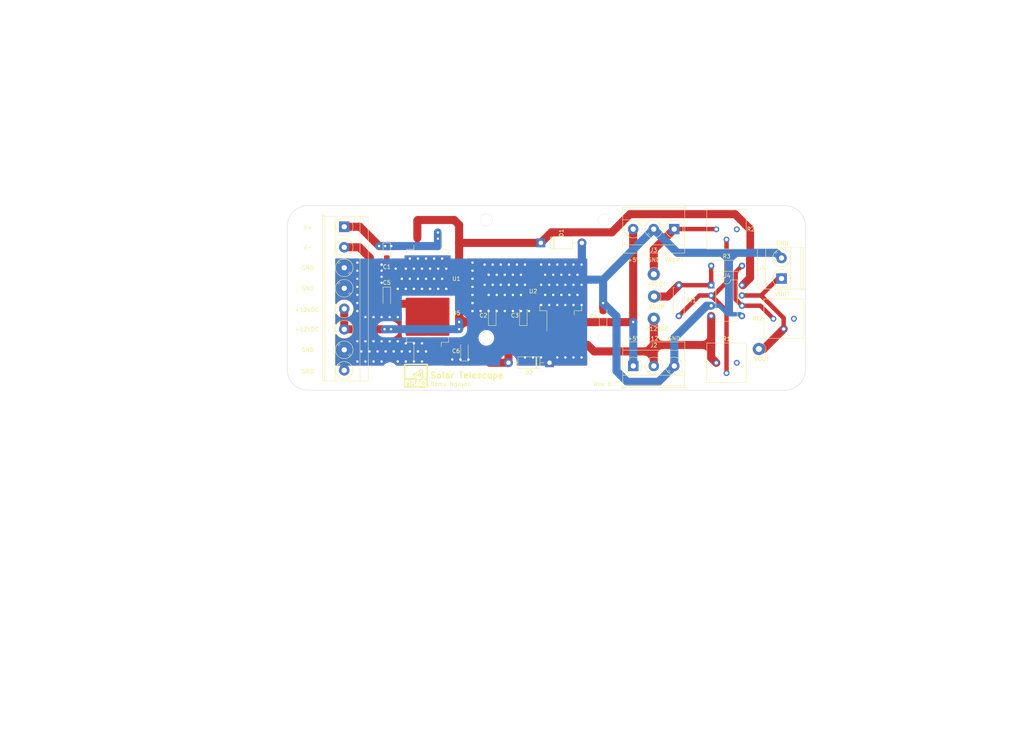
<source format=kicad_pcb>
(kicad_pcb (version 20221018) (generator pcbnew)
  (layers (0 "F.Cu" signal) (31 "B.Cu" signal) (34 "B.Paste" user) (35 "F.Paste" user) (36 "B.SilkS" user "B.Silkscreen") (37 "F.SilkS" user "F.Silkscreen") (38 "B.Mask" user) (39 "F.Mask" user) (44 "Edge.Cuts" user))
  (net 0 "")
  (net 1 "GND")
  (net 2 "+5VDC")
  (net 3 "V+")
  (net 4 "+12VDC")
  (net 5 "V-")
  (net 6 "-12VDC")
  (net 7 "VRECT")
  (net 10 "VSUM")
  (net 11 "VOUT")
  (net 13 "Net-(U4A--)")
  (net 14 "Net-(U4B--)")
  (footprint "Capacitor_Tantalum_SMD:CP_EIA-3216-10_Kemet-I_Pad1.58x1.35mm_HandSolder" (layer "F.Cu") (at 108.453602 75.168752 -90)
    (fp_text reference "C1" (at 3.5 0 -180) (layer "F.SilkS"))
    (fp_text value "0.33uF")
    (pad "1" smd roundrect (at -1.4375 0 270) (size 1.575 1.35) (layers "F.Cu" "F.Paste" "F.Mask") (roundrect_rratio 0.1851851852) (net 3 "V+"))
    (pad "2" smd roundrect (at 1.4375 0 270) (size 1.575 1.35) (layers "F.Cu" "F.Paste" "F.Mask") (roundrect_rratio 0.1851851852) (net 1 "GND"))
  )
  (footprint "TerminalBlock_Phoenix:TerminalBlock_Phoenix_MKDS-3-3-5.08_1x03_P5.08mm_Horizontal" (layer "F.Cu") (at 169.468602 103.218002)
    (fp_text reference "J2" (at 5.08 -5.1) (layer "F.SilkS"))
    (fp_text value "Screw_Terminal_01x03" hide)
    (pad "1" thru_hole rect (at 0 0) (size 2.6 2.6) (drill 1.3) (layers "*.Cu" "*.Mask") (net 2 "+5VDC"))
    (pad "2" thru_hole circle (at 5.08 0) (size 2.6 2.6) (drill 1.3) (layers "*.Cu" "*.Mask") (net 6 "-12VDC"))
    (pad "3" thru_hole circle (at 10.16 0) (size 2.6 2.6) (drill 1.3) (layers "*.Cu" "*.Mask") (net 1 "GND"))
  )
  (footprint "TerminalBlock_Phoenix:TerminalBlock_Phoenix_MKDS-3-2-5.08_1x02_P5.08mm_Horizontal" (layer "F.Cu") (at 206.165602 81.563002 90)
    (fp_text reference "J4" (at 2.545 -4.8 180) (layer "F.SilkS"))
    (fp_text value "Screw_Terminal_01x02" hide)
    (pad "1" thru_hole rect (at 0 0 90) (size 2.6 2.6) (drill 1.3) (layers "*.Cu" "*.Mask") (net 11 "VOUT"))
    (pad "2" thru_hole circle (at 5.08 0 90) (size 2.6 2.6) (drill 1.3) (layers "*.Cu" "*.Mask") (net 1 "GND"))
  )
  (footprint "Package_TO_SOT_SMD:TO-263-2" (layer "F.Cu") (at 118.553602 92.518752 90)
    (fp_text reference "U5" (at 2.40075 7.112 180) (layer "F.SilkS"))
    (fp_text value "L7912")
    (pad "1" smd roundrect (at -7.65 -2.54 90) (size 4.6 1.1) (layers "F.Cu" "F.Paste" "F.Mask") (roundrect_rratio 0.2272727273) (net 1 "GND"))
    (pad "2" smd roundrect (at -0.925 -2.775 90) (size 4.55 5.25) (layers "F.Cu" "F.Paste") (roundrect_rratio 0.05494505495) (net 5 "V-"))
    (pad "2" smd roundrect (at -0.925 2.775 90) (size 4.55 5.25) (layers "F.Cu" "F.Paste") (roundrect_rratio 0.05494505495) (net 5 "V-"))
    (pad "2" smd roundrect (at 1.5 0 90) (size 9.4 10.8) (layers "F.Cu" "F.Mask") (roundrect_rratio 0.02659595745) (net 5 "V-"))
    (pad "2" smd roundrect (at 3.925 -2.775 90) (size 4.55 5.25) (layers "F.Cu" "F.Paste") (roundrect_rratio 0.05494505495) (net 5 "V-"))
    (pad "2" smd roundrect (at 3.925 2.775 90) (size 4.55 5.25) (layers "F.Cu" "F.Paste") (roundrect_rratio 0.05494505495) (net 5 "V-"))
    (pad "3" smd roundrect (at -7.65 2.54 90) (size 4.6 1.1) (layers "F.Cu" "F.Paste" "F.Mask") (roundrect_rratio 0.2272727273) (net 6 "-12VDC"))
  )
  (footprint "Capacitor_Tantalum_SMD:CP_EIA-3216-10_Kemet-I_Pad1.58x1.35mm_HandSolder" (layer "F.Cu") (at 127.665602 99.518752 90)
    (fp_text reference "C6" (at 0.00075 -2.088 180) (layer "F.SilkS"))
    (fp_text value "1uF")
    (pad "1" smd roundrect (at -1.4375 0 90) (size 1.575 1.35) (layers "F.Cu" "F.Paste" "F.Mask") (roundrect_rratio 0.1851851852) (net 1 "GND"))
    (pad "2" smd roundrect (at 1.4375 0 90) (size 1.575 1.35) (layers "F.Cu" "F.Paste" "F.Mask") (roundrect_rratio 0.1851851852) (net 6 "-12VDC"))
  )
  (footprint "TestPoint:TestPoint_Loop_D2.54mm_Drill1.5mm_Beaded" (layer "F.Cu") (at 174.553602 80.518752)
    (fp_text reference "VRECT" (at 0.7 2.5) (layer "F.SilkS"))
    (fp_text value "TestPoint")
    (pad "1" thru_hole circle (at 0 0) (size 3 3) (drill 1.5) (layers "*.Cu" "*.Mask") (net 7 "VRECT"))
  )
  (footprint "TestPoint:TestPoint_Loop_D2.54mm_Drill1.5mm_Beaded" (layer "F.Cu") (at 200.553602 99.018752)
    (fp_text reference "VOUT" (at 0.7 2.5) (layer "F.SilkS"))
    (fp_text value "TestPoint")
    (pad "1" thru_hole circle (at 0 0) (size 3 3) (drill 1.5) (layers "*.Cu" "*.Mask") (net 11 "VOUT"))
  )
  (footprint "Potentiometer_THT:Potentiometer_Bourns_3386P_Vertical" (layer "F.Cu") (at 190.013602 102.448752 -90)
    (fp_text reference "R1" (at -5.93 -2.54 -180) (layer "F.SilkS"))
    (fp_text value "50k")
    (pad "1" thru_hole circle (at 0 0 270) (size 1.44 1.44) (drill 0.8) (layers "*.Cu" "*.Mask") (net 6 "-12VDC"))
    (pad "2" thru_hole circle (at 2.54 -2.54 270) (size 1.44 1.44) (drill 0.8) (layers "*.Cu" "*.Mask") (net 13 "Net-(U4A--)"))
    (pad "3" thru_hole circle (at 0 -5.08 270) (size 1.44 1.44) (drill 0.8) (layers "*.Cu" "*.Mask"))
  )
  (footprint "MountingHole:MountingHole_3.2mm_M3_ISO14580" (layer "F.Cu") (at 109.220562 68.580002)
    (fp_text reference "REF**" hide)
    (fp_text value "MountingHole_3.2mm_M3_ISO14580" hide)
    (pad "" np_thru_hole circle (at 0 0) (size 3.2 3.2) (drill 3.2) (layers "*.Cu" "*.Mask"))
  )
  (footprint "Capacitor_Tantalum_SMD:CP_EIA-3216-10_Kemet-I_Pad1.58x1.35mm_HandSolder" (layer "F.Cu") (at 108.453602 86.168752 -90)
    (fp_text reference "C5" (at -3.6 0 -180) (layer "F.SilkS"))
    (fp_text value "2.2uF")
    (pad "1" smd roundrect (at -1.4375 0 270) (size 1.575 1.35) (layers "F.Cu" "F.Paste" "F.Mask") (roundrect_rratio 0.1851851852) (net 1 "GND"))
    (pad "2" smd roundrect (at 1.4375 0 270) (size 1.575 1.35) (layers "F.Cu" "F.Paste" "F.Mask") (roundrect_rratio 0.1851851852) (net 5 "V-"))
  )
  (footprint "Package_TO_SOT_SMD:TO-263-2" (layer "F.Cu") (at 151.478602 84.718752 90)
    (fp_text reference "U2" (at 0 -6.813 180) (layer "F.SilkS"))
    (fp_text value "L7805")
    (pad "1" smd roundrect (at -7.65 -2.54 90) (size 4.6 1.1) (layers "F.Cu" "F.Paste" "F.Mask") (roundrect_rratio 0.2272727273) (net 4 "+12VDC"))
    (pad "2" smd roundrect (at -0.925 -2.775 90) (size 4.55 5.25) (layers "F.Cu" "F.Paste") (roundrect_rratio 0.05494505495) (net 1 "GND"))
    (pad "2" smd roundrect (at -0.925 2.775 90) (size 4.55 5.25) (layers "F.Cu" "F.Paste") (roundrect_rratio 0.05494505495) (net 1 "GND"))
    (pad "2" smd roundrect (at 1.5 0 90) (size 9.4 10.8) (layers "F.Cu" "F.Mask") (roundrect_rratio 0.02659595745) (net 1 "GND"))
    (pad "2" smd roundrect (at 3.925 -2.775 90) (size 4.55 5.25) (layers "F.Cu" "F.Paste") (roundrect_rratio 0.05494505495) (net 1 "GND"))
    (pad "2" smd roundrect (at 3.925 2.775 90) (size 4.55 5.25) (layers "F.Cu" "F.Paste") (roundrect_rratio 0.05494505495) (net 1 "GND"))
    (pad "3" smd roundrect (at -7.65 2.54 90) (size 4.6 1.1) (layers "F.Cu" "F.Paste" "F.Mask") (roundrect_rratio 0.2272727273) (net 2 "+5VDC"))
  )
  (footprint "footprints.pretty:nrao1_6mm_inv_silk" (layer "F.Cu") (at 115.665602 105.618002)
    (fp_text reference "G***" hide)
    (fp_text value "LOGO" hide)
  )
  (footprint "TerminalBlock_Phoenix:TerminalBlock_Phoenix_MKDS-3-3-5.08_1x03_P5.08mm_Horizontal" (layer "F.Cu") (at 179.603602 69.318752 180)
    (fp_text reference "J3" (at 5.08 -5.2) (layer "F.SilkS"))
    (fp_text value "Screw_Terminal_01x03" hide)
    (pad "1" thru_hole rect (at 0 0 180) (size 2.6 2.6) (drill 1.3) (layers "*.Cu" "*.Mask") (net 7 "VRECT"))
    (pad "2" thru_hole circle (at 5.08 0 180) (size 2.6 2.6) (drill 1.3) (layers "*.Cu" "*.Mask") (net 1 "GND"))
    (pad "3" thru_hole circle (at 10.16 0 180) (size 2.6 2.6) (drill 1.3) (layers "*.Cu" "*.Mask") (net 2 "+5VDC"))
  )
  (footprint "MountingHole:MountingHole_3.2mm_M3_ISO14580" (layer "F.Cu") (at 207.010402 68.580002)
    (fp_text reference "REF" hide)
    (fp_text value "MountingHole_3.2mm_M3_ISO14580" hide)
    (pad "" np_thru_hole circle (at 0 0) (size 3.2 3.2) (drill 3.2) (layers "*.Cu" "*.Mask"))
  )
  (footprint "Resistor_THT:R_Axial_DIN0207_L6.3mm_D2.5mm_P7.62mm_Horizontal" (layer "F.Cu") (at 188.753602 78.418752)
    (fp_text reference "R3" (at 3.81 -2.37) (layer "F.SilkS"))
    (fp_text value "510")
    (pad "1" thru_hole circle (at 0 0) (size 1.6 1.6) (drill 0.8) (layers "*.Cu" "*.Mask") (net 10 "VSUM"))
    (pad "2" thru_hole oval (at 7.62 0) (size 1.6 1.6) (drill 0.8) (layers "*.Cu" "*.Mask") (net 14 "Net-(U4B--)"))
  )
  (footprint "Diode_THT:D_DO-41_SOD81_P10.16mm_Horizontal" (layer "F.Cu") (at 148.733602 102.418752 180)
    (fp_text reference "D2" (at 5.08 -2.47) (layer "F.SilkS"))
    (fp_text value "1N4001")
    (pad "1" thru_hole rect (at 0 0 180) (size 2.2 2.2) (drill 1.1) (layers "*.Cu" "*.Mask") (net 1 "GND"))
    (pad "2" thru_hole oval (at 10.16 0 180) (size 2.2 2.2) (drill 1.1) (layers "*.Cu" "*.Mask") (net 6 "-12VDC"))
  )
  (footprint "TestPoint:TestPoint_Loop_D2.54mm_Drill1.5mm_Beaded" (layer "F.Cu") (at 174.553602 91.518752)
    (fp_text reference "-12VDC" (at 0.7 2.5) (layer "F.SilkS"))
    (fp_text value "TestPoint")
    (pad "1" thru_hole circle (at 0 0) (size 3 3) (drill 1.5) (layers "*.Cu" "*.Mask") (net 6 "-12VDC"))
  )
  (footprint "Resistor_THT:R_Axial_DIN0207_L6.3mm_D2.5mm_P7.62mm_Horizontal" (layer "F.Cu") (at 180.753602 90.838752 90)
    (fp_text reference "Rf1" (at 3.87 3.05 180) (layer "F.SilkS"))
    (fp_text value "510")
    (pad "1" thru_hole circle (at 0 0 90) (size 1.6 1.6) (drill 0.8) (layers "*.Cu" "*.Mask") (net 13 "Net-(U4A--)"))
    (pad "2" thru_hole oval (at 7.62 0 90) (size 1.6 1.6) (drill 0.8) (layers "*.Cu" "*.Mask") (net 10 "VSUM"))
  )
  (footprint "MountingHole:MountingHole_3.2mm_M3_ISO14580" (layer "F.Cu") (at 109.220562 104.140002)
    (fp_text reference "REF**" hide)
    (fp_text value "MountingHole_3.2mm_M3_ISO14580" hide)
    (pad "" np_thru_hole circle (at 0 0) (size 3.2 3.2) (drill 3.2) (layers "*.Cu" "*.Mask"))
  )
  (footprint "Potentiometer_THT:Potentiometer_Bourns_3386P_Vertical" (layer "F.Cu") (at 190.013602 69.368752 -90)
    (fp_text reference "R2" (at -0.015 -8.555 -180) (layer "F.SilkS"))
    (fp_text value "1k")
    (pad "1" thru_hole circle (at 0 0 270) (size 1.44 1.44) (drill 0.8) (layers "*.Cu" "*.Mask") (net 7 "VRECT"))
    (pad "2" thru_hole circle (at 2.54 -2.54 270) (size 1.44 1.44) (drill 0.8) (layers "*.Cu" "*.Mask") (net 13 "Net-(U4A--)"))
    (pad "3" thru_hole circle (at 0 -5.08 270) (size 1.44 1.44) (drill 0.8) (layers "*.Cu" "*.Mask"))
  )
  (footprint "MountingHole:MountingHole_3.2mm_M3_ISO14580" (layer "F.Cu") (at 207.010402 104.140002)
    (fp_text reference "REF**" hide)
    (fp_text value "MountingHole_3.2mm_M3_ISO14580" hide)
    (pad "" np_thru_hole circle (at 0 0) (size 3.2 3.2) (drill 3.2) (layers "*.Cu" "*.Mask"))
  )
  (footprint "TestPoint:TestPoint_Loop_D2.54mm_Drill1.5mm_Beaded" (layer "F.Cu") (at 174.603602 86.018752)
    (fp_text reference "VSUM" (at 0.7 2.5) (layer "F.SilkS"))
    (fp_text value "TestPoint")
    (pad "1" thru_hole circle (at 0 0) (size 3 3) (drill 1.5) (layers "*.Cu" "*.Mask") (net 10 "VSUM"))
  )
  (footprint "Potentiometer_THT:Potentiometer_Bourns_3386P_Vertical" (layer "F.Cu") (at 204.153602 91.518752 -90)
    (fp_text reference "Rf2" (at -0.015 3.95 -180) (layer "F.SilkS"))
    (fp_text value "10k")
    (pad "1" thru_hole circle (at 0 0 270) (size 1.44 1.44) (drill 0.8) (layers "*.Cu" "*.Mask") (net 14 "Net-(U4B--)"))
    (pad "2" thru_hole circle (at 2.54 -2.54 270) (size 1.44 1.44) (drill 0.8) (layers "*.Cu" "*.Mask") (net 11 "VOUT"))
    (pad "3" thru_hole circle (at 0 -5.08 270) (size 1.44 1.44) (drill 0.8) (layers "*.Cu" "*.Mask"))
  )
  (footprint "Capacitor_Tantalum_SMD:CP_EIA-3216-10_Kemet-I_Pad1.58x1.35mm_HandSolder" (layer "F.Cu") (at 134.553602 90.718752 90)
    (fp_text reference "C2" (at 0.00075 -2.188 180) (layer "F.SilkS"))
    (fp_text value "0.1uF")
    (pad "1" smd roundrect (at -1.4375 0 90) (size 1.575 1.35) (layers "F.Cu" "F.Paste" "F.Mask") (roundrect_rratio 0.1851851852) (net 4 "+12VDC"))
    (pad "2" smd roundrect (at 1.4375 0 90) (size 1.575 1.35) (layers "F.Cu" "F.Paste" "F.Mask") (roundrect_rratio 0.1851851852) (net 1 "GND"))
  )
  (footprint "Capacitor_Tantalum_SMD:CP_EIA-3216-10_Kemet-I_Pad1.58x1.35mm_HandSolder" (layer "F.Cu") (at 142.253602 90.718752 90)
    (fp_text reference "C3" (at 0.00075 -2.088 180) (layer "F.SilkS"))
    (fp_text value "0.33uF")
    (pad "1" smd roundrect (at -1.4375 0 90) (size 1.575 1.35) (layers "F.Cu" "F.Paste" "F.Mask") (roundrect_rratio 0.1851851852) (net 4 "+12VDC"))
    (pad "2" smd roundrect (at 1.4375 0 90) (size 1.575 1.35) (layers "F.Cu" "F.Paste" "F.Mask") (roundrect_rratio 0.1851851852) (net 1 "GND"))
  )
  (footprint "Diode_THT:D_DO-41_SOD81_P10.16mm_Horizontal" (layer "F.Cu") (at 146.585602 72.738752)
    (fp_text reference "D1" (at 5.08 -2.47 90) (layer "F.SilkS"))
    (fp_text value "1N4001")
    (pad "1" thru_hole rect (at 0 0) (size 2.2 2.2) (drill 1.1) (layers "*.Cu" "*.Mask") (net 4 "+12VDC"))
    (pad "2" thru_hole oval (at 10.16 0) (size 2.2 2.2) (drill 1.1) (layers "*.Cu" "*.Mask") (net 1 "GND"))
  )
  (footprint "Package_TO_SOT_SMD:TO-263-2" (layer "F.Cu") (at 118.553602 79.168752 -90)
    (fp_text reference "U1" (at 2.44925 -7.112 -180) (layer "F.SilkS"))
    (fp_text value "L7812")
    (pad "1" smd roundrect (at -7.65 -2.54 270) (size 4.6 1.1) (layers "F.Cu" "F.Paste" "F.Mask") (roundrect_rratio 0.2272727273) (net 3 "V+"))
    (pad "2" smd roundrect (at -0.925 -2.775 270) (size 4.55 5.25) (layers "F.Cu" "F.Paste") (roundrect_rratio 0.05494505495) (net 1 "GND"))
    (pad "2" smd roundrect (at -0.925 2.775 270) (size 4.55 5.25) (layers "F.Cu" "F.Paste") (roundrect_rratio 0.05494505495) (net 1 "GND"))
    (pad "2" smd roundrect (at 1.5 0 270) (size 9.4 10.8) (layers "F.Cu" "F.Mask") (roundrect_rratio 0.02659595745) (net 1 "GND"))
    (pad "2" smd roundrect (at 3.925 -2.775 270) (size 4.55 5.25) (layers "F.Cu" "F.Paste") (roundrect_rratio 0.05494505495) (net 1 "GND"))
    (pad "2" smd roundrect (at 3.925 2.775 270) (size 4.55 5.25) (layers "F.Cu" "F.Paste") (roundrect_rratio 0.05494505495) (net 1 "GND"))
    (pad "3" smd roundrect (at -7.65 2.54 270) (size 4.6 1.1) (layers "F.Cu" "F.Paste" "F.Mask") (roundrect_rratio 0.2272727273) (net 4 "+12VDC"))
  )
  (footprint "Capacitor_Tantalum_SMD:CP_EIA-3216-10_Kemet-I_Pad1.58x1.35mm_HandSolder" (layer "F.Cu") (at 162.003602 90.868752 90)
    (fp_text reference "C4" (at 0 -2.338 180) (layer "F.SilkS"))
    (fp_text value "0.1uF")
    (pad "1" smd roundrect (at -1.4375 0 90) (size 1.575 1.35) (layers "F.Cu" "F.Paste" "F.Mask") (roundrect_rratio 0.1851851852) (net 2 "+5VDC"))
    (pad "2" smd roundrect (at 1.4375 0 90) (size 1.575 1.35) (layers "F.Cu" "F.Paste" "F.Mask") (roundrect_rratio 0.1851851852) (net 1 "GND"))
  )
  (footprint "Package_DIP:DIP-8_W7.62mm" (layer "F.Cu") (at 188.753602 83.218752)
    (fp_text reference "U4" (at 3.81 -2.33) (layer "F.SilkS"))
    (fp_text value "LM358")
    (pad "1" thru_hole rect (at 0 0) (size 1.6 1.6) (drill 0.8) (layers "*.Cu" "*.Mask") (net 10 "VSUM"))
    (pad "2" thru_hole oval (at 0 2.54) (size 1.6 1.6) (drill 0.8) (layers "*.Cu" "*.Mask") (net 13 "Net-(U4A--)"))
    (pad "3" thru_hole oval (at 0 5.08) (size 1.6 1.6) (drill 0.8) (layers "*.Cu" "*.Mask") (net 1 "GND"))
    (pad "4" thru_hole oval (at 0 7.62) (size 1.6 1.6) (drill 0.8) (layers "*.Cu" "*.Mask") (net 6 "-12VDC"))
    (pad "5" thru_hole oval (at 7.62 7.62) (size 1.6 1.6) (drill 0.8) (layers "*.Cu" "*.Mask") (net 1 "GND"))
    (pad "6" thru_hole oval (at 7.62 5.08) (size 1.6 1.6) (drill 0.8) (layers "*.Cu" "*.Mask") (net 14 "Net-(U4B--)"))
    (pad "7" thru_hole oval (at 7.62 2.54) (size 1.6 1.6) (drill 0.8) (layers "*.Cu" "*.Mask") (net 11 "VOUT"))
    (pad "8" thru_hole oval (at 7.62 0) (size 1.6 1.6) (drill 0.8) (layers "*.Cu" "*.Mask") (net 4 "+12VDC"))
  )
  (footprint "footprints:ADL5902-EVALZ" (layer "F.Cu") (at 129.921242 81.661182 90)
    (fp_text reference "REF**" hide)
    (fp_text value "ADL5902-EVALZ")
    (fp_circle (center -14.605 3.175) (end -14.605 4.699) (stroke (width 0.05)) (fill none) (layer "Edge.Cuts"))
    (fp_circle (center -14.605 32.385) (end -14.605 33.909) (stroke (width 0.05)) (fill none) (layer "Edge.Cuts"))
    (fp_circle (center 14.605 3.175) (end 14.605 4.699) (stroke (width 0.05)) (fill none) (layer "Edge.Cuts"))
    (fp_circle (center 14.605 32.385) (end 14.605 33.909) (stroke (width 0.05)) (fill none) (layer "Edge.Cuts"))
  )
  (footprint "TerminalBlock_Phoenix:TerminalBlock_Phoenix_MKDS-3-8-5.08_1x08_P5.08mm_Horizontal" (layer "F.Cu") (at 97.917402 68.738752 -90)
    (fp_text reference "J1" hide)
    (fp_text value "Screw_Terminal_01x08")
    (pad "1" thru_hole rect (at 0 0 270) (size 2.6 2.6) (drill 1.3) (layers "*.Cu" "*.Mask") (net 3 "V+"))
    (pad "2" thru_hole circle (at 5.08 0 270) (size 2.6 2.6) (drill 1.3) (layers "*.Cu" "*.Mask") (net 5 "V-"))
    (pad "3" thru_hole circle (at 10.16 0 270) (size 2.6 2.6) (drill 1.3) (layers "*.Cu" "*.Mask") (net 1 "GND"))
    (pad "4" thru_hole circle (at 15.24 0 270) (size 2.6 2.6) (drill 1.3) (layers "*.Cu" "*.Mask") (net 1 "GND"))
    (pad "5" thru_hole circle (at 20.32 0 270) (size 2.6 2.6) (drill 1.3) (layers "*.Cu" "*.Mask") (net 4 "+12VDC"))
    (pad "6" thru_hole circle (at 25.4 0 270) (size 2.6 2.6) (drill 1.3) (layers "*.Cu" "*.Mask") (net 4 "+12VDC"))
    (pad "7" thru_hole circle (at 30.48 0 270) (size 2.6 2.6) (drill 1.3) (layers "*.Cu" "*.Mask") (net 1 "GND"))
    (pad "8" thru_hole circle (at 35.56 0 270) (size 2.6 2.6) (drill 1.3) (layers "*.Cu" "*.Mask") (net 1 "GND"))
  )
  (gr_line (start 83.82 68.58) (end 83.820002 104.140002) (stroke (width 0.1)) (layer "Edge.Cuts"))
  (gr_arc (start 207.010402 63.500002) (mid 210.602504 64.9879) (end 212.090402 68.580002) (stroke (width 0.1)) (layer "Edge.Cuts"))
  (gr_line (start 207.010404 109.220004) (end 88.900002 109.220002) (stroke (width 0.1)) (layer "Edge.Cuts"))
  (gr_line (start 212.090404 104.140004) (end 212.090402 68.580002) (stroke (width 0.1)) (layer "Edge.Cuts"))
  (gr_line (start 207.010402 63.500002) (end 88.9 63.5) (stroke (width 0.1)) (layer "Edge.Cuts"))
  (gr_arc (start 83.82 68.58) (mid 85.307898 64.987898) (end 88.9 63.5) (stroke (width 0.1)) (layer "Edge.Cuts"))
  (gr_arc (start 88.900002 109.220002) (mid 85.3079 107.732104) (end 83.820002 104.140002) (stroke (width 0.1)) (layer "Edge.Cuts"))
  (gr_arc (start 212.090404 104.140004) (mid 210.602506 107.732106) (end 207.010404 109.220004) (stroke (width 0.1)) (layer "Edge.Cuts"))
  (gr_text "V+" (at 88.900402 69.506752) (layer "F.SilkS") (effects (font (size 1 1)) (justify bottom)))
  (gr_text "Rev B" (at 164.165602 108.318002) (layer "F.SilkS") (effects (font (size 1 1)) (justify right bottom)))
  (gr_text "+12VDC" (at 88.665602 94.742002) (layer "F.SilkS") (effects (font (size 1 1)) (justify bottom)))
  (gr_text "+12VDC" (at 88.665602 89.916002) (layer "F.SilkS") (effects (font (size 1 1)) (justify bottom)))
  (gr_text "GND" (at 206.353602 73.418752) (layer "F.SilkS") (effects (font (size 1 1)) (justify bottom)))
  (gr_text "-12V" (at 174.553602 97.018752) (layer "F.SilkS") (effects (font (size 1 1)) (justify bottom)))
  (gr_text "GND" (at 88.900402 79.502002) (layer "F.SilkS") (effects (font (size 1 1)) (justify bottom)))
  (gr_text "GND" (at 179.553602 97.018752) (layer "F.SilkS") (effects (font (size 1 1)) (justify bottom)))
  (gr_text "GND" (at 88.900402 99.822002) (layer "F.SilkS") (effects (font (size 1 1)) (justify bottom)))
  (gr_text "V-" (at 88.900402 74.422002) (layer "F.SilkS") (effects (font (size 1 1)) (justify bottom)))
  (gr_text "GND" (at 88.900402 105.156002) (layer "F.SilkS") (effects (font (size 1 1)) (justify bottom)))
  (gr_text "+5V" (at 169.553602 97.018752) (layer "F.SilkS") (effects (font (size 1 1)) (justify bottom)))
  (gr_text "GND" (at 88.900402 84.582002) (layer "F.SilkS") (effects (font (size 1 1)) (justify bottom)))
  (gr_text "Remy Nguyen" (at 119.165602 108.318002) (layer "F.SilkS") (effects (font (size 1 1)) (justify left bottom)))
  (gr_text "Solar Telescope" (at 119.075602 106.418002) (layer "F.SilkS") (effects (font (size 1.5 1.5) (thickness 0.3) bold) (justify left bottom)))
  (gr_text "GND" (at 174.553602 77.518752) (layer "F.SilkS") (effects (font (size 1 1)) (justify bottom)))
  (gr_text "VOUT" (at 206.353602 86.018752) (layer "F.SilkS") (effects (font (size 1 1)) (justify bottom)))
  (gr_text "VRECT" (at 179.553602 77.518752) (layer "F.SilkS") (effects (font (size 1 1)) (justify bottom)))
  (gr_text "+5V" (at 169.553602 77.518752) (layer "F.SilkS") (effects (font (size 1 1)) (justify bottom)))
  (segment (start 162.003602 87.632002) (end 162.001602 87.630002) (width 2) (layer "F.Cu") (net 1))
  (segment (start 156.745602 72.738752) (end 156.745602 78.038002) (width 2) (layer "F.Cu") (net 1))
  (segment (start 162.003602 89.431252) (end 162.003602 87.632002) (width 2) (layer "F.Cu") (net 1))
  (via (at 146.665602 88.118002) (size 1.2) (drill 0.6) (layers "F.Cu" "B.Cu") (net 1))
  (via (at 139.665602 80.618002) (size 1.2) (drill 0.6) (layers "F.Cu" "B.Cu") (net 1))
  (via (at 101.165602 77.618002) (size 1.2) (drill 0.6) (layers "F.Cu" "B.Cu") (net 1))
  (via (at 134.665602 83.118002) (size 1.2) (drill 0.6) (layers "F.Cu" "B.Cu") (net 1))
  (via (at 101.165602 102.118002) (size 1.2) (drill 0.6) (layers "F.Cu" "B.Cu") (net 1))
  (via (at 129.665602 89.618002) (size 1.2) (drill 0.6) (layers "F.Cu" "B.Cu") (net 1))
  (via (at 138.665602 78.118002) (size 1.2) (drill 0.6) (layers "F.Cu" "B.Cu") (net 1))
  (via (at 110.665602 79.118002) (size 1.2) (drill 0.6) (layers "F.Cu" "B.Cu") (net 1))
  (via (at 140.665602 78.118002) (size 1.2) (drill 0.6) (layers "F.Cu" "B.Cu") (net 1))
  (via (at 103.165602 91.118002) (size 1.2) (drill 0.6) (layers "F.Cu" "B.Cu") (net 1))
  (via (at 117.165602 102.118002) (size 1.2) (drill 0.6) (layers "F.Cu" "B.Cu") (net 1))
  (via (at 152.665602 78.118002) (size 1.2) (drill 0.6) (layers "F.Cu" "B.Cu") (net 1))
  (via (at 156.665602 83.118002) (size 1.2) (drill 0.6) (layers "F.Cu" "B.Cu") (net 1))
  (via (at 101.165602 83.618002) (size 1.2) (drill 0.6) (layers "F.Cu" "B.Cu") (net 1))
  (via (at 137.665602 89.618002) (size 1.2) (drill 0.6) (layers "F.Cu" "B.Cu") (net 1))
  (via (at 129.665602 83.618002) (size 1.2) (drill 0.6) (layers "F.Cu" "B.Cu") (net 1))
  (via (at 116.165602 99.618002) (size 1.2) (drill 0.6) (layers "F.Cu" "B.Cu") (net 1))
  (via (at 107.165602 79.618002) (size 1.2) (drill 0.6) (layers "F.Cu" "B.Cu") (net 1))
  (via (at 111.165602 84.118002) (size 1.2) (drill 0.6) (layers "F.Cu" "B.Cu") (net 1))
  (via (at 142.665602 101.118002) (size 1.2) (drill 0.6) (layers "F.Cu" "B.Cu") (net 1))
  (via (at 101.165602 97.118002) (size 1.2) (drill 0.6) (layers "F.Cu" "B.Cu") (net 1))
  (via (at 132.665602 78.118002) (size 1.2) (drill 0.6) (layers "F.Cu" "B.Cu") (net 1))
  (via (at 101.165602 81.618002) (size 1.2) (drill 0.6) (layers "F.Cu" "B.Cu") (net 1))
  (via (at 112.165602 99.618002) (size 1.2) (drill 0.6) (layers "F.Cu" "B.Cu") (net 1))
  (via (at 162.001602 87.630002) (size 1.2) (drill 0.6) (layers "F.Cu" "B.Cu") (net 1))
  (via (at 117.165602 84.118002) (size 1.2) (drill 0.6) (layers "F.Cu" "B.Cu") (net 1))
  (via (at 115.165602 102.118002) (size 1.2) (drill 0.6) (layers "F.Cu" "B.Cu") (net 1))
  (via (at 150.665602 83.118002) (size 1.2) (drill 0.6) (layers "F.Cu" "B.Cu") (net 1))
  (via (at 120.165602 76.618002) (size 1.2) (drill 0.6) (layers "F.Cu" "B.Cu") (net 1))
  (via (at 107.165602 82.618002) (size 1.2) (drill 0.6) (layers "F.Cu" "B.Cu") (net 1))
  (via (at 139.665602 85.618002) (size 1.2) (drill 0.6) (layers "F.Cu" "B.Cu") (net 1))
  (via (at 137.665602 80.618002) (size 1.2) (drill 0.6) (layers "F.Cu" "B.Cu") (net 1))
  (via (at 108.165602 99.618002) (size 1.2) (drill 0.6) (layers "F.Cu" "B.Cu") (net 1))
  (via (at 115.165602 84.118002) (size 1.2) (drill 0.6) (layers "F.Cu" "B.Cu") (net 1))
  (via (at 147.665602 80.618002) (size 1.2) (drill 0.6) (layers "F.Cu" "B.Cu") (net 1))
  (via (at 152.665602 88.118002) (size 1.2) (drill 0.6) (layers "F.Cu" "B.Cu") (net 1))
  (via (at 153.665602 85.618002) (size 1.2) (drill 0.6) (layers "F.Cu" "B.Cu") (net 1))
  (via (at 107.165602 81.118002) (size 1.2) (drill 0.6) (layers "F.Cu" "B.Cu") (net 1))
  (via (at 154.665602 101.118002) (size 1.2) (drill 0.6) (layers "F.Cu" "B.Cu") (net 1))
  (via (at 152.665602 101.118002) (size 1.2) (drill 0.6) (layers "F.Cu" "B.Cu") (net 1))
  (via (at 129.665602 77.618002) (size 1.2) (drill 0.6) (layers "F.Cu" "B.Cu") (net 1))
  (via (at 110.165602 99.618002) (size 1.2) (drill 0.6) (layers "F.Cu" "B.Cu") (net 1))
  (via (at 105.165602 97.118002) (size 1.2) (drill 0.6) (layers "F.Cu" "B.Cu") (net 1))
  (via (at 121.165602 79.118002) (size 1.2) (drill 0.6) (layers "F.Cu" "B.Cu") (net 1))
  (via (at 150.665602 101.118002) (size 1.2) (drill 0.6) (layers "F.Cu" "B.Cu") (net 1))
  (via (at 151.665602 80.618002) (size 1.2) (drill 0.6) (layers "F.Cu" "B.Cu") (net 1))
  (via (at 128.665602 101.618002) (size 1.2) (drill 0.6) (layers "F.Cu" "B.Cu") (net 1))
  (via (at 154.665602 88.118002) (size 1.2) (drill 0.6) (layers "F.Cu" "B.Cu") (net 1))
  (via (at 122.165602 81.618002) (size 1.2) (drill 0.6) (layers "F.Cu" "B.Cu") (net 1))
  (via (at 114.165602 76.618002) (size 1.2) (drill 0.6) (layers "F.Cu" "B.Cu") (net 1))
  (via (at 101.165602 89.618002) (size 1.2) (drill 0.6) (layers "F.Cu" "B.Cu") (net 1))
  (via (at 152.665602 83.118002) (size 1.2) (drill 0.6) (layers "F.Cu" "B.Cu") (net 1))
  (via (at 119.165602 84.118002) (size 1.2) (drill 0.6) (layers "F.Cu" "B.Cu") (net 1))
  (via (at 126.665602 101.618002) (size 1.2) (drill 0.6) (layers "F.Cu" "B.Cu") (net 1))
  (via (at 147.665602 85.618002) (size 1.2) (drill 0.6) (layers "F.Cu" "B.Cu") (net 1))
  (via (at 156.665602 78.118002) (size 1.2) (drill 0.6) (layers "F.Cu" "B.Cu") (net 1))
  (via (at 137.665602 85.618002) (size 1.2) (drill 0.6) (layers "F.Cu" "B.Cu") (net 1))
  (via (at 117.165602 79.118002) (size 1.2) (drill 0.6) (layers "F.Cu" "B.Cu") (net 1))
  (via (at 107.165602 91.118002) (size 1.2) (drill 0.6) (layers "F.Cu" "B.Cu") (net 1))
  (via (at 132.665602 83.118002) (size 1.2) (drill 0.6) (layers "F.Cu" "B.Cu") (net 1))
  (via (at 105.165602 91.118002) (size 1.2) (drill 0.6) (layers "F.Cu" "B.Cu") (net 1))
  (via (at 113.165602 97.618002) (size 1.2) (drill 0.6) (layers "F.Cu" "B.Cu") (net 1))
  (via (at 121.165602 84.118002) (size 1.2) (drill 0.6) (layers "F.Cu" "B.Cu") (net 1))
  (via (at 103.165602 97.118002) (size 1.2) (drill 0.6) (layers "F.Cu" "B.Cu") (net 1))
  (via (at 156.665602 101.118002) (size 1.2) (drill 0.6) (layers "F.Cu" "B.Cu") (net 1))
  (via (at 146.665602 83.118002) (size 1.2) (drill 0.6) (layers "F.Cu" "B.Cu") (net 1))
  (via (at 117.165602 97.618002) (size 1.2) (drill 0.6) (layers "F.Cu" "B.Cu") (net 1))
  (via (at 154.665602 78.118002) (size 1.2) (drill 0.6) (layers "F.Cu" "B.Cu") (net 1))
  (via (at 118.165602 76.618002) (size 1.2) (drill 0.6) (layers "F.Cu" "B.Cu") (net 1))
  (via (at 155.665602 85.618002) (size 1.2) (drill 0.6) (layers "F.Cu" "B.Cu") (net 1))
  (via (at 115.165602 97.618002) (size 1.2) (drill 0.6) (layers "F.Cu" "B.Cu") (net 1))
  (via (at 119.165602 79.118002) (size 1.2) (drill 0.6) (layers "F.Cu" "B.Cu") (net 1))
  (via (at 113.165602 84.118002) (size 1.2) (drill 0.6) (layers "F.Cu" "B.Cu") (net 1))
  (via (at 129.665602 87.618002) (size 1.2) (drill 0.6) (layers "F.Cu" "B.Cu") (net 1))
  (via (at 146.665602 101.118002) (size 1.2) (drill 0.6) (layers "F.Cu" "B.Cu") (net 1))
  (via (at 106.165602 99.618002) (size 1.2) (drill 0.6) (layers "F.Cu" "B.Cu") (net 1))
  (via (at 135.665602 80.618002) (size 1.2) (drill 0.6) (layers "F.Cu" "B.Cu") (net 1))
  (via (at 129.665602 79.618002) (size 1.2) (drill 0.6) (layers "F.Cu" "B.Cu") (net 1))
  (via (at 107.165602 78.118002) (size 1.2) (drill 0.6) (layers "F.Cu" "B.Cu") (net 1))
  (via (at 112.165602 81.618002) (size 1.2) (drill 0.6) (layers "F.Cu" "B.Cu") (net 1))
  (via (at 129.665602 81.618002) (size 1.2) (drill 0.6) (layers "F.Cu" "B.Cu") (net 1))
  (via (at 135.665602 85.618002) (size 1.2) (drill 0.6) (layers "F.Cu" "B.Cu") (net 1))
  (via (at 123.165602 79.118002) (size 1.2) (drill 0.6) (layers "F.Cu" "B.Cu") (net 1))
  (via (at 133.665602 89.618002) (size 1.2) (drill 0.6) (layers "F.Cu" "B.Cu") (net 1))
  (via (at 141.665602 80.618002) (size 1.2) (drill 0.6) (layers "F.Cu" "B.Cu") (net 1))
  (via (at 153.665602 80.618002) (size 1.2) (drill 0.6) (layers "F.Cu" "B.Cu") (net 1))
  (via (at 136.665602 78.118002) (size 1.2) (drill 0.6) (layers "F.Cu" "B.Cu") (net 1))
  (via (at 143.665602 89.618002) (size 1.2) (drill 0.6) (layers "F.Cu" "B.Cu") (net 1))
  (via (at 141.665602 85.618002) (size 1.2) (drill 0.6) (layers "F.Cu" "B.Cu") (net 1))
  (via (at 156.665602 88.118002) (size 1.2) (drill 0.6) (layers "F.Cu" "B.Cu") (net 1))
  (via (at 107.165602 97.118002) (size 1.2) (drill 0.6) (layers "F.Cu" "B.Cu") (net 1))
  (via (at 154.665602 83.118002) (size 1.2) (drill 0.6) (layers "F.Cu" "B.Cu") (net 1))
  (via (at 133.665602 85.618002) (size 1.2) (drill 0.6) (layers "F.Cu" "B.Cu") (net 1))
  (via (at 101.165602 79.618002) (size 1.2) (drill 0.6) (layers "F.Cu" "B.Cu") (net 1))
  (via (at 118.165602 99.618002) (size 1.2) (drill 0.6) (layers "F.Cu" "B.Cu") (net 1))
  (via (at 118.165602 81.618002) (size 1.2) (drill 0.6) (layers "F.Cu" "B.Cu") (net 1))
  (via (at 134.665602 78.118002) (size 1.2) (drill 0.6) (layers "F.Cu" "B.Cu") (net 1))
  (via (at 105.165602 102.118002) (size 1.2) (drill 0.6) (layers "F.Cu" "B.Cu") (net 1))
  (via (at 114.165602 99.618002) (size 1.2) (drill 0.6) (layers "F.Cu" "B.Cu") (net 1))
  (via (at 149.665602 85.618002) (size 1.2) (drill 0.6) (layers "F.Cu" "B.Cu") (net 1))
  (via (at 123.165602 84.118002) (size 1.2) (drill 0.6) (layers "F.Cu" "B.Cu") (net 1))
  (via (at 135.665602 89.618002) (size 1.2) (drill 0.6) (layers "F.Cu" "B.Cu") (net 1))
  (via (at 133.665602 80.618002) (size 1.2) (drill 0.6) (layers "F.Cu" "B.Cu") (net 1))
  (via (at 103.165602 102.118002) (size 1.2) (drill 0.6) (layers "F.Cu" "B.Cu") (net 1))
  (via (at 109.165602 97.118002) (size 1.2) (drill 0.6) (layers "F.Cu" "B.Cu") (net 1))
  (via (at 109.165602 91.118002) (size 1.2) (drill 0.6) (layers "F.Cu" "B.Cu") (net 1))
  (via (at 151.665602 85.618002) (size 1.2) (drill 0.6) (layers "F.Cu" "B.Cu") (net 1))
  (via (at 148.665602 78.118002) (size 1.2) (drill 0.6) (layers "F.Cu" "B.Cu") (net 1))
  (via (at 116.165602 76.618002) (size 1.2) (drill 0.6) (layers "F.Cu" "B.Cu") (net 1))
  (via (at 129.665602 85.618002) (size 1.2) (drill 0.6) (layers "F.Cu" "B.Cu") (net 1))
  (via (at 111.165602 102.118002) (size 1.2) (drill 0.6) (layers "F.Cu" "B.Cu") (net 1))
  (via (at 141.665602 89.618002) (size 1.2) (drill 0.6) (layers "F.Cu" "B.Cu") (net 1))
  (via (at 149.665602 80.618002) (size 1.2) (drill 0.6) (layers "F.Cu" "B.Cu") (net 1))
  (via (at 146.665602 78.118002) (size 1.2) (drill 0.6) (layers "F.Cu" "B.Cu") (net 1))
  (via (at 120.165602 81.618002) (size 1.2) (drill 0.6) (layers "F.Cu" "B.Cu") (net 1))
  (via (at 111.165602 91.118002) (size 1.2) (drill 0.6) (layers "F.Cu" "B.Cu") (net 1))
  (via (at 148.665602 88.118002) (size 1.2) (drill 0.6) (layers "F.Cu" "B.Cu") (net 1))
  (via (at 114.165602 81.618002) (size 1.2) (drill 0.6) (layers "F.Cu" "B.Cu") (net 1))
  (via (at 136.665602 83.118002) (size 1.2) (drill 0.6) (layers "F.Cu" "B.Cu") (net 1))
  (via (at 142.665602 83.118002) (size 1.2) (drill 0.6) (layers "F.Cu" "B.Cu") (net 1))
  (via (at 113.165602 79.118002) (size 1.2) (drill 0.6) (layers "F.Cu" "B.Cu") (net 1))
  (via (at 155.665602 80.618002) (size 1.2) (drill 0.6) (layers "F.Cu" "B.Cu") (net 1))
  (via (at 144.665602 101.118002) (size 1.2) (drill 0.6) (layers "F.Cu" "B.Cu") (net 1))
  (via (at 113.165602 102.118002) (size 1.2) (drill 0.6) (layers "F.Cu" "B.Cu") (net 1))
  (via (at 122.165602 76.618002) (size 1.2) (drill 0.6) (layers "F.Cu" "B.Cu") (net 1))
  (via (at 140.665602 83.118002) (size 1.2) (drill 0.6) (layers "F.Cu" "B.Cu") (net 1))
  (via (at 101.165602 85.618002) (size 1.2) (drill 0.6) (layers "F.Cu" "B.Cu") (net 1))
  (via (at 124.665602 101.618002) (size 1.2) (drill 0.6) (layers "F.Cu" "B.Cu") (net 1))
  (via (at 139.665602 89.618002) (size 1.2) (drill 0.6) (layers "F.Cu" "B.Cu") (net 1))
  (via (at 131.665602 89.618002) (size 1.2) (drill 0.6) (layers "F.Cu" "B.Cu") (net 1))
  (via (at 104.165602 99.618002) (size 1.2) (drill 0.6) (layers "F.Cu" "B.Cu") (net 1))
  (via (at 142.665602 78.118002) (size 1.2) (drill 0.6) (layers "F.Cu" "B.Cu") (net 1))
  (via (at 148.665602 83.118002) (size 1.2) (drill 0.6) (layers "F.Cu" "B.Cu") (net 1))
  (via (at 101.165602 87.618002) (size 1.2) (drill 0.6) (layers "F.Cu" "B.Cu") (net 1))
  (via (at 107.165602 102.118002) (size 1.2) (drill 0.6) (layers "F.Cu" "B.Cu") (net 1))
  (via (at 150.665602 78.118002) (size 1.2) (drill 0.6) (layers "F.Cu" "B.Cu") (net 1))
  (via (at 138.665602 83.118002) (size 1.2) (drill 0.6) (layers "F.Cu" "B.Cu") (net 1))
  (via (at 116.165602 81.618002) (size 1.2) (drill 0.6) (layers "F.Cu" "B.Cu") (net 1))
  (via (at 102.165602 99.618002) (size 1.2) (drill 0.6) (layers "F.Cu" "B.Cu") (net 1))
  (via (at 115.165602 79.118002) (size 1.2) (drill 0.6) (layers "F.Cu" "B.Cu") (net 1))
  (via (at 111.165602 97.118002) (size 1.2) (drill 0.6) (layers "F.Cu" "B.Cu") (net 1))
  (via (at 150.665602 88.118002) (size 1.2) (drill 0.6) (layers "F.Cu" "B.Cu") (net 1))
  (segment (start 190.813602 88.298752) (end 188.753602 88.298752) (width 1.1) (layer "B.Cu") (net 1))
  (segment (start 206.165602 76.483002) (end 204.866352 75.183752) (width 2) (layer "B.Cu") (net 1))
  (segment (start 162.001602 81.840752) (end 162.001602 87.630002) (width 2) (layer "B.Cu") (net 1))
  (segment (start 97.917402 104.298752) (end 97.917402 99.218752) (width 2) (layer "B.Cu") (net 1))
  (segment (start 193.153602 75.183752) (end 180.388602 75.183752) (width 2) (layer "B.Cu") (net 1))
  (segment (start 180.388602 75.183752) (end 174.523602 69.318752) (width 2) (layer "B.Cu") (net 1))
  (segment (start 192.933602 90.418752) (end 190.813602 88.298752) (width 1.1) (layer "B.Cu") (net 1))
  (segment (start 204.866352 75.183752) (end 193.153602 75.183752) (width 2) (layer "B.Cu") (net 1))
  (segment (start 156.745602 72.738752) (end 156.745602 78.038002) (width 2) (layer "B.Cu") (net 1))
  (segment (start 165.315602 104.465752) (end 167.987852 107.138002) (width 2) (layer "B.Cu") (net 1))
  (segment (start 175.708602 107.138002) (end 179.628602 103.218002) (width 2) (layer "B.Cu") (net 1))
  (segment (start 167.987852 107.138002) (end 175.708602 107.138002) (width 2) (layer "B.Cu") (net 1))
  (segment (start 193.153602 75.183752) (end 193.153602 89.918752) (width 2) (layer "B.Cu") (net 1))
  (segment (start 179.628602 96.292382) (end 187.622232 88.298752) (width 2) (layer "B.Cu") (net 1))
  (segment (start 195.953602 90.418752) (end 192.933602 90.418752) (width 1.1) (layer "B.Cu") (net 1))
  (segment (start 162.001602 87.630002) (end 165.315602 90.944002) (width 2) (layer "B.Cu") (net 1))
  (segment (start 165.315602 90.944002) (end 165.315602 104.465752) (width 2) (layer "B.Cu") (net 1))
  (segment (start 187.622232 88.298752) (end 188.753602 88.298752) (width 2) (layer "B.Cu") (net 1))
  (segment (start 196.373602 90.838752) (end 195.953602 90.418752) (width 1.1) (layer "B.Cu") (net 1))
  (segment (start 162.001602 81.840752) (end 151.487952 81.840752) (width 2) (layer "B.Cu") (net 1))
  (segment (start 174.523602 69.318752) (end 162.001602 81.840752) (width 2) (layer "B.Cu") (net 1))
  (segment (start 179.628602 103.218002) (end 179.628602 96.292382) (width 2) (layer "B.Cu") (net 1))
  (segment (start 169.443602 69.318752) (end 169.443602 92.308752) (width 2) (layer "F.Cu") (net 2))
  (segment (start 169.443602 92.308752) (end 169.453602 92.318752) (width 2) (layer "F.Cu") (net 2))
  (segment (start 155.691686 92.364454) (end 169.4079 92.364454) (width 2) (layer "F.Cu") (net 2))
  (segment (start 169.4079 92.364454) (end 169.453602 92.318752) (width 2) (layer "F.Cu") (net 2))
  (via (at 169.453602 92.318752) (size 1.2) (drill 0.6) (layers "F.Cu" "B.Cu") (net 2))
  (segment (start 169.468602 103.218002) (end 169.468602 92.333752) (width 2) (layer "B.Cu") (net 2))
  (segment (start 106.553602 73.518752) (end 109.553602 73.518752) (width 2) (layer "F.Cu") (net 3))
  (segment (start 97.917402 68.738752) (end 101.773602 68.738752) (width 2) (layer "F.Cu") (net 3))
  (segment (start 101.773602 68.738752) (end 106.553602 73.518752) (width 2) (layer "F.Cu") (net 3))
  (via (at 121.103602 70.168752) (size 1.2) (drill 0.6) (layers "F.Cu" "B.Cu") (net 3))
  (via (at 109.553602 73.518752) (size 1.2) (drill 0.6) (layers "F.Cu" "B.Cu") (net 3))
  (via (at 108.053602 73.518752) (size 1.2) (drill 0.6) (layers "F.Cu" "B.Cu") (net 3))
  (via (at 121.103602 71.668752) (size 1.2) (drill 0.6) (layers "F.Cu" "B.Cu") (net 3))
  (via (at 106.553602 73.518752) (size 1.2) (drill 0.6) (layers "F.Cu" "B.Cu") (net 3))
  (segment (start 106.553602 73.518752) (end 121.103602 73.518752) (width 2) (layer "B.Cu") (net 3))
  (segment (start 121.103602 70.168752) (end 121.103602 73.518752) (width 2) (layer "B.Cu") (net 3))
  (segment (start 149.206352 70.118002) (end 164.165602 70.118002) (width 2) (layer "F.Cu") (net 4))
  (segment (start 97.917402 94.138752) (end 109.523602 94.138752) (width 2) (layer "F.Cu") (net 4))
  (segment (start 126.353602 68.268752) (end 126.353602 72.718752) (width 2) (layer "F.Cu") (net 4))
  (segment (start 146.585602 72.738752) (end 149.206352 70.118002) (width 2) (layer "F.Cu") (net 4))
  (segment (start 164.165602 70.118002) (end 168.665602 65.618002) (width 2) (layer "F.Cu") (net 4))
  (segment (start 198.373602 81.418752) (end 196.573602 83.218752) (width 2) (layer "F.Cu") (net 4))
  (segment (start 194.665602 65.618002) (end 198.373602 69.326002) (width 2) (layer "F.Cu") (net 4))
  (segment (start 146.585602 72.738752) (end 126.373602 72.738752) (width 2) (layer "F.Cu") (net 4))
  (segment (start 198.373602 69.326002) (end 198.373602 81.418752) (width 2) (layer "F.Cu") (net 4))
  (segment (start 97.917402 89.058752) (end 97.917402 94.138752) (width 2) (layer "F.Cu") (net 4))
  (segment (start 168.665602 65.618002) (end 194.665602 65.618002) (width 2) (layer "F.Cu") (net 4))
  (segment (start 116.153602 67.068752) (end 125.153602 67.068752) (width 2) (layer "F.Cu") (net 4))
  (segment (start 125.153602 67.068752) (end 126.353602 68.268752) (width 2) (layer "F.Cu") (net 4))
  (segment (start 147.018002 92.368752) (end 126.389202 92.368752) (width 2) (layer "F.Cu") (net 4))
  (segment (start 126.353602 72.718752) (end 126.353602 89.418752) (width 2) (layer "F.Cu") (net 4))
  (segment (start 116.013602 67.208752) (end 116.153602 67.068752) (width 2) (layer "F.Cu") (net 4))
  (segment (start 126.353602 89.418752) (end 126.353602 94.118752) (width 2) (layer "F.Cu") (net 4))
  (segment (start 116.013602 71.518752) (end 116.013602 67.208752) (width 2) (layer "F.Cu") (net 4))
  (via (at 126.353602 94.118752) (size 1.2) (drill 0.6) (layers "F.Cu" "B.Cu") (net 4))
  (via (at 107.903602 94.118752) (size 1.2) (drill 0.6) (layers "F.Cu" "B.Cu") (net 4))
  (via (at 126.353602 92.318752) (size 1.2) (drill 0.6) (layers "F.Cu" "B.Cu") (net 4))
  (via (at 109.503602 94.118752) (size 1.2) (drill 0.6) (layers "F.Cu" "B.Cu") (net 4))
  (segment (start 107.903602 94.118752) (end 126.353602 94.118752) (width 2) (layer "B.Cu") (net 4))
  (segment (start 126.353602 94.118752) (end 126.353602 92.318752) (width 2) (layer "B.Cu") (net 4))
  (segment (start 105.053602 87.818752) (end 115.003602 87.818752) (width 2) (layer "F.Cu") (net 5))
  (segment (start 104.253602 87.018752) (end 105.053602 87.818752) (width 2) (layer "F.Cu") (net 5))
  (segment (start 104.253602 76.418752) (end 104.253602 87.018752) (width 2) (layer "F.Cu") (net 5))
  (segment (start 115.003602 87.818752) (end 115.778602 88.593752) (width 2) (layer "F.Cu") (net 5))
  (segment (start 97.917402 73.818752) (end 101.653602 73.818752) (width 2) (layer "F.Cu") (net 5))
  (segment (start 101.653602 73.818752) (end 104.253602 76.418752) (width 2) (layer "F.Cu") (net 5))
  (segment (start 121.093602 101.546002) (end 121.093602 98.228752) (width 2) (layer "F.Cu") (net 6))
  (segment (start 174.553602 98.018752) (end 172.954352 99.618002) (width 2) (layer "F.Cu") (net 6))
  (segment (start 129.665602 98.118002) (end 133.966352 102.418752) (width 2) (layer "F.Cu") (net 6))
  (segment (start 138.573602 98.038752) (end 138.573602 102.418752) (width 2) (layer "F.Cu") (net 6))
  (segment (start 121.093602 98.228752) (end 121.204352 98.118002) (width 2) (layer "F.Cu") (net 6))
  (segment (start 174.553602 98.018752) (end 188.753602 98.018752) (width 2) (layer "F.Cu") (net 6))
  (segment (start 127.702352 98.118002) (end 129.665602 98.118002) (width 2) (layer "F.Cu") (net 6))
  (segment (start 121.204352 98.118002) (end 127.628852 98.118002) (width 2) (layer "F.Cu") (net 6))
  (segment (start 172.954352 99.618002) (end 159.764852 99.618002) (width 2) (layer "F.Cu") (net 6))
  (segment (start 174.553602 91.518752) (end 174.553602 98.018752) (width 2) (layer "F.Cu") (net 6))
  (segment (start 174.548602 103.218002) (end 174.548602 98.023752) (width 2) (layer "F.Cu") (net 6))
  (segment (start 138.553602 98.018752) (end 138.573602 98.038752) (width 2) (layer "F.Cu") (net 6))
  (segment (start 174.548602 98.023752) (end 174.553602 98.018752) (width 2) (layer "F.Cu") (net 6))
  (segment (start 188.753602 90.838752) (end 188.753602 101.188752) (width 2) (layer "F.Cu") (net 6))
  (segment (start 188.753602 101.188752) (end 190.013602 102.448752) (width 2) (layer "F.Cu") (net 6))
  (segment (start 158.165602 98.018752) (end 138.553602 98.018752) (width 2) (layer "F.Cu") (net 6))
  (segment (start 159.764852 99.618002) (end 158.165602 98.018752) (width 2) (layer "F.Cu") (net 6))
  (segment (start 133.966352 102.418752) (end 138.573602 102.418752) (width 2) (layer "F.Cu") (net 6))
  (segment (start 179.603602 69.318752) (end 189.963602 69.318752) (width 1.1) (layer "F.Cu") (net 7))
  (segment (start 189.963602 69.318752) (end 190.013602 69.368752) (width 1.1) (layer "F.Cu") (net 7))
  (segment (start 174.553602 80.518752) (end 174.553602 74.368752) (width 2) (layer "F.Cu") (net 7))
  (segment (start 174.553602 74.368752) (end 179.603602 69.318752) (width 2) (layer "F.Cu") (net 7))
  (segment (start 180.753602 83.218752) (end 188.753602 83.218752) (width 1.1) (layer "F.Cu") (net 10))
  (segment (start 177.953602 86.018752) (end 180.753602 83.218752) (width 2) (layer "F.Cu") (net 10))
  (segment (start 188.753602 83.218752) (end 188.753602 78.418752) (width 1.1) (layer "F.Cu") (net 10))
  (segment (start 174.603602 86.018752) (end 177.953602 86.018752) (width 2) (layer "F.Cu") (net 10))
  (segment (start 201.105634 85.758752) (end 196.373602 85.758752) (width 1.1) (layer "F.Cu") (net 11))
  (segment (start 206.693602 94.058752) (end 206.693602 91.34672) (width 1.1) (layer "F.Cu") (net 11))
  (segment (start 206.165602 81.563002) (end 205.301384 81.563002) (width 1.1) (layer "F.Cu") (net 11))
  (segment (start 201.733602 99.018752) (end 206.693602 94.058752) (width 2) (layer "F.Cu") (net 11))
  (segment (start 205.301384 81.563002) (end 201.105634 85.758752) (width 1.1) (layer "F.Cu") (net 11))
  (segment (start 200.553602 99.018752) (end 201.733602 99.018752) (width 2) (layer "F.Cu") (net 11))
  (segment (start 206.693602 91.34672) (end 201.105634 85.758752) (width 1.1) (layer "F.Cu") (net 11))
  (segment (start 192.553602 82.518752) (end 189.313602 85.758752) (width 1.1) (layer "F.Cu") (net 13))
  (segment (start 185.833602 85.758752) (end 180.753602 90.838752) (width 1.1) (layer "F.Cu") (net 13))
  (segment (start 192.553602 71.908752) (end 192.553602 82.518752) (width 1.1) (layer "F.Cu") (net 13))
  (segment (start 192.553602 104.988752) (end 192.553602 89.558752) (width 1.1) (layer "F.Cu") (net 13))
  (segment (start 189.313602 85.758752) (end 188.753602 85.758752) (width 1.1) (layer "F.Cu") (net 13))
  (segment (start 192.553602 89.558752) (end 188.753602 85.758752) (width 1.1) (layer "F.Cu") (net 13))
  (segment (start 188.753602 85.758752) (end 185.833602 85.758752) (width 1.1) (layer "F.Cu") (net 13))
  (segment (start 196.373602 88.298752) (end 200.933602 88.298752) (width 1.1) (layer "F.Cu") (net 14))
  (segment (start 194.823602 86.748752) (end 196.373602 88.298752) (width 1.1) (layer "F.Cu") (net 14))
  (segment (start 194.823602 79.968752) (end 194.823602 86.748752) (width 1.1) (layer "F.Cu") (net 14))
  (segment (start 200.933602 88.298752) (end 204.153602 91.518752) (width 1.1) (layer "F.Cu") (net 14))
  (segment (start 196.373602 78.418752) (end 194.823602 79.968752) (width 1.1) (layer "F.Cu") (net 14))
  (zone (net 0) (net_name "") (layer "F.Cu") (name "GND Keepout") (connect_pads yes (clearance 0)) (min_thickness 0.4)
    (keepout (tracks allowed) (vias allowed) (pads allowed) (copperpour not_allowed) (footprints allowed))
    (fill (thermal_gap 0.5) (thermal_bridge_width 0.5))
    (polygon (pts (xy 150.165602 96.118002) (xy 149.665602 89.118002) (xy 153.365602 89.118002) (xy 152.665602 96.118002)))
  )
  (zone (net 6) (net_name "-12VDC") (layer "F.Cu") (priority 17540) (connect_pads yes (clearance 0)) (min_thickness 0.0254) (fill yes (thermal_gap 0.5) (thermal_bridge_width 0.5))
    (polygon (pts (xy 186.414602 98.018752) (xy 186.553602 99.018752) (xy 186.879724 99.055152) (xy 187.142326 99.153952) (xy 187.355022 99.299551) (xy 187.531428 99.476352) (xy 187.685158 99.668752) (xy 187.829828 99.861152) (xy 187.979052 100.037951) (xy 188.146446 100.183552) (xy 188.345624 100.282352) (xy 188.590202 100.318752) (xy 188.865202 100.318752) (xy 189.141202 98.018752) (xy 188.865202 95.718752) (xy 188.590202 95.718752) (xy 188.345624 95.755152) (xy 188.146446 95.853952) (xy 187.979052 95.999551) (xy 187.829828 96.176352) (xy 187.685158 96.368752) (xy 187.531428 96.561152) (xy 187.355022 96.737951) (xy 187.142326 96.883552) (xy 186.879724 96.982352) (xy 186.553602 97.018752)))
  )
  (zone (net 2) (net_name "+5VDC") (layer "F.Cu") (priority 17540) (connect_pads yes (clearance 0)) (min_thickness 0.0254) (fill yes (thermal_gap 0.5) (thermal_bridge_width 0.5))
    (polygon (pts (xy 156.221686 92.364454) (xy 156.082686 91.364454) (xy 155.756564 91.328054) (xy 155.493962 91.229254) (xy 155.281266 91.083655) (xy 155.10486 90.906854) (xy 154.95113 90.714454) (xy 154.80646 90.522054) (xy 154.657236 90.345255) (xy 154.489842 90.199654) (xy 154.290664 90.100854) (xy 154.046086 90.064454) (xy 153.771086 90.064454) (xy 153.495086 92.364454) (xy 153.771086 94.664454) (xy 154.046086 94.664454) (xy 154.290664 94.628054) (xy 154.489842 94.529254) (xy 154.657236 94.383655) (xy 154.80646 94.206854) (xy 154.95113 94.014454) (xy 155.10486 93.822054) (xy 155.281266 93.645255) (xy 155.493962 93.499654) (xy 155.756564 93.400854) (xy 156.082686 93.364454)))
  )
  (zone (net 6) (net_name "-12VDC") (layer "F.Cu") (priority 17540) (connect_pads yes (clearance 0)) (min_thickness 0.0254) (fill yes (thermal_gap 0.5) (thermal_bridge_width 0.5))
    (polygon (pts (xy 171.997601 99.613012) (xy 172.136601 100.613012) (xy 172.462723 100.649412) (xy 172.725325 100.748212) (xy 172.938021 100.893811) (xy 173.114427 101.070612) (xy 173.268157 101.263012) (xy 173.412827 101.455412) (xy 173.562051 101.632211) (xy 173.729445 101.777812) (xy 173.928623 101.876612) (xy 174.173201 101.913012) (xy 174.448201 101.913012) (xy 174.724201 99.613012) (xy 174.448201 97.313012) (xy 174.173201 97.313012) (xy 173.928623 97.349412) (xy 173.729445 97.448212) (xy 173.562051 97.593811) (xy 173.412827 97.770612) (xy 173.268157 97.963012) (xy 173.114427 98.155412) (xy 172.938021 98.332211) (xy 172.725325 98.477812) (xy 172.462723 98.576612) (xy 172.136601 98.613012)))
  )
  (zone (net 4) (net_name "+12VDC") (layer "F.Cu") (priority 17540) (connect_pads yes (clearance 0)) (min_thickness 0.0254) (fill yes (thermal_gap 0.5) (thermal_bridge_width 0.5))
    (polygon (pts (xy 146.488002 92.368752) (xy 146.627002 93.368752) (xy 146.953124 93.405152) (xy 147.215726 93.503952) (xy 147.428422 93.649551) (xy 147.604828 93.826352) (xy 147.758558 94.018752) (xy 147.903228 94.211152) (xy 148.052452 94.387951) (xy 148.219846 94.533552) (xy 148.419024 94.632352) (xy 148.663602 94.668752) (xy 148.938602 94.668752) (xy 149.214602 92.368752) (xy 148.938602 90.068752) (xy 148.663602 90.068752) (xy 148.419024 90.105152) (xy 148.219846 90.203952) (xy 148.052452 90.349551) (xy 147.903228 90.526352) (xy 147.758558 90.718752) (xy 147.604828 90.911152) (xy 147.428422 91.087951) (xy 147.215726 91.233552) (xy 146.953124 91.332352) (xy 146.627002 91.368752)))
  )
  (zone (net 6) (net_name "-12VDC") (layer "F.Cu") (priority 17540) (connect_pads yes (clearance 0)) (min_thickness 0.0254) (fill yes (thermal_gap 0.5) (thermal_bridge_width 0.5))
    (polygon (pts (xy 176.963603 98.022992) (xy 176.824603 97.022992) (xy 176.498481 96.986592) (xy 176.235879 96.887792) (xy 176.023183 96.742193) (xy 175.846777 96.565392) (xy 175.693047 96.372992) (xy 175.548377 96.180592) (xy 175.399153 96.003793) (xy 175.231759 95.858192) (xy 175.032581 95.759392) (xy 174.788003 95.722992) (xy 174.513003 95.722992) (xy 174.237003 98.022992) (xy 174.513003 100.322992) (xy 174.788003 100.322992) (xy 175.032581 100.286592) (xy 175.231759 100.187792) (xy 175.399153 100.042193) (xy 175.548377 99.865392) (xy 175.693047 99.672992) (xy 175.846777 99.480592) (xy 176.023183 99.303793) (xy 176.235879 99.158192) (xy 176.498481 99.059392) (xy 176.824603 99.022992)))
  )
  (zone (net 4) (net_name "+12VDC") (layer "F.Cu") (priority 17540) (connect_pads yes (clearance 0)) (min_thickness 0.0254) (fill yes (thermal_gap 0.5) (thermal_bridge_width 0.5))
    (polygon (pts (xy 128.592602 92.368752) (xy 128.453602 91.368752) (xy 128.12748 91.332352) (xy 127.864878 91.233552) (xy 127.652182 91.087953) (xy 127.475776 90.911152) (xy 127.322046 90.718752) (xy 127.177376 90.526352) (xy 127.028152 90.349553) (xy 126.860758 90.203952) (xy 126.66158 90.105152) (xy 126.417002 90.068752) (xy 126.142002 90.068752) (xy 125.866002 92.368752) (xy 126.142002 94.668752) (xy 126.417002 94.668752) (xy 126.66158 94.632352) (xy 126.860758 94.533552) (xy 127.028152 94.387953) (xy 127.177376 94.211152) (xy 127.322046 94.018752) (xy 127.475776 93.826352) (xy 127.652182 93.649553) (xy 127.864878 93.503952) (xy 128.12748 93.405152) (xy 128.453602 93.368752)))
  )
  (zone (net 1) (net_name "GND") (layers "F&B.Cu") (priority 1) (connect_pads yes (clearance 1)) (min_thickness 0.4) (fill yes (thermal_gap 0.5) (thermal_bridge_width 0.5))
    (polygon (pts (xy 95.653602 76.618752) (xy 158.053602 76.618752) (xy 158.053602 103.118752) (xy 95.653602 103.118752)))
  )
  (zone (net 1) (net_name "GND") (layers "F&B.Cu") (connect_pads yes (clearance 0)) (min_thickness 0.0254) (fill yes (thermal_gap 0.5) (thermal_bridge_width 0.5))
    (polygon (pts (xy 112.853602 75.818752) (xy 124.253602 75.818752) (xy 124.253602 85.518752) (xy 112.853602 85.518752)))
  )
  (zone (net 1) (net_name "GND") (layer "B.Cu") (priority 17540) (connect_pads yes (clearance 0)) (min_thickness 0.0254) (fill yes (thermal_gap 0.5) (thermal_bridge_width 0.5))
    (polygon (pts (xy 193.153602 77.857752) (xy 192.153602 77.718752) (xy 192.117202 77.39263) (xy 192.018402 77.130028) (xy 191.872803 76.917332) (xy 191.696002 76.740926) (xy 191.503602 76.587196) (xy 191.311202 76.442526) (xy 191.134403 76.293302) (xy 190.988802 76.125908) (xy 190.890002 75.92673) (xy 190.853602 75.682152) (xy 190.853602 75.407152) (xy 193.153602 75.131152) (xy 195.453602 75.407152) (xy 195.453602 75.682152) (xy 195.417202 75.92673) (xy 195.318402 76.125908) (xy 195.172803 76.293302) (xy 194.996002 76.442526) (xy 194.803602 76.587196) (xy 194.611202 76.740926) (xy 194.434403 76.917332) (xy 194.288802 77.130028) (xy 194.190002 77.39263) (xy 194.153602 77.718752)))
  )
  (zone (net 0) (net_name "") (layer "B.Cu") (name "Keepout") (connect_pads yes (clearance 0)) (min_thickness 0.0254)
    (keepout (tracks not_allowed) (vias not_allowed) (pads not_allowed) (copperpour not_allowed) (footprints allowed))
    (fill (thermal_gap 0.5) (thermal_bridge_width 0.5))
    (polygon (pts (xy 112.165602 92.118002) (xy 112.165602 85.818002) (xy 125.365602 85.818002) (xy 125.365602 92.118002)))
  )
)
</source>
